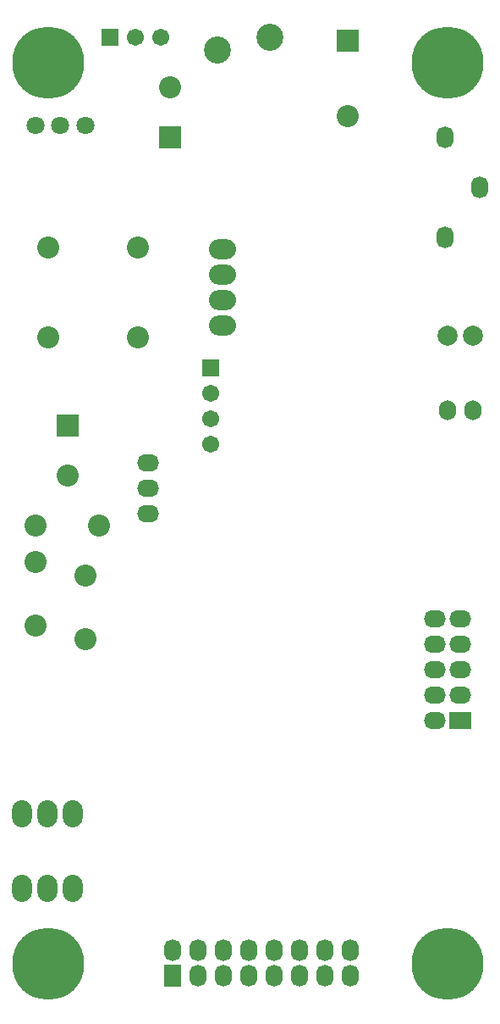
<source format=gbs>
G04*
G04 #@! TF.GenerationSoftware,Altium Limited,Altium Designer,18.0.12 (696)*
G04*
G04 Layer_Color=16711935*
%FSAX43Y43*%
%MOMM*%
G71*
G01*
G75*
%ADD35C,7.203*%
%ADD36R,2.203X2.203*%
%ADD37C,2.203*%
%ADD38O,2.203X1.703*%
%ADD39O,2.003X2.703*%
%ADD40O,2.703X2.003*%
%ADD41R,1.703X1.703*%
%ADD42C,1.703*%
%ADD43O,2.203X1.703*%
%ADD44R,2.203X1.703*%
%ADD45O,1.703X2.203*%
%ADD46R,1.703X2.203*%
%ADD47C,1.803*%
%ADD48R,1.703X1.703*%
%ADD49C,2.703*%
%ADD50O,1.703X2.003*%
%ADD51C,2.003*%
D35*
X0045000Y0095000D02*
D03*
X0005000D02*
D03*
Y0005000D02*
D03*
X0045000D02*
D03*
D36*
X0017250Y0087500D02*
D03*
X0007000Y0058750D02*
D03*
X0035000Y0097200D02*
D03*
D37*
X0017250Y0092500D02*
D03*
X0007000Y0053750D02*
D03*
X0005000Y0067500D02*
D03*
X0014000D02*
D03*
X0014000Y0076500D02*
D03*
X0005000Y0076500D02*
D03*
X0010100Y0048750D02*
D03*
X0003750D02*
D03*
Y0045100D02*
D03*
Y0038750D02*
D03*
X0008750Y0037400D02*
D03*
Y0043750D02*
D03*
X0035000Y0089600D02*
D03*
D38*
X0015000Y0049960D02*
D03*
Y0052500D02*
D03*
Y0055040D02*
D03*
D39*
X0004960Y0012500D02*
D03*
X0002420D02*
D03*
X0007500D02*
D03*
X0004960Y0020000D02*
D03*
X0002420D02*
D03*
X0007500D02*
D03*
D40*
X0022500Y0071290D02*
D03*
Y0073830D02*
D03*
Y0068750D02*
D03*
Y0076370D02*
D03*
D41*
X0021250Y0064500D02*
D03*
D42*
Y0061960D02*
D03*
Y0056880D02*
D03*
Y0059420D02*
D03*
X0016330Y0097500D02*
D03*
X0013790D02*
D03*
D43*
X0043710Y0034330D02*
D03*
X0046250Y0034330D02*
D03*
X0043710Y0031790D02*
D03*
X0046250D02*
D03*
X0043710Y0029250D02*
D03*
X0046250Y0036870D02*
D03*
X0043710D02*
D03*
X0046250Y0039410D02*
D03*
X0043710D02*
D03*
D44*
X0046250Y0029250D02*
D03*
D45*
X0035280Y0003750D02*
D03*
X0035280Y0006290D02*
D03*
X0032740D02*
D03*
Y0003750D02*
D03*
X0027660Y0006290D02*
D03*
Y0003750D02*
D03*
X0030200Y0006290D02*
D03*
Y0003750D02*
D03*
X0025120Y0006290D02*
D03*
Y0003750D02*
D03*
X0017500Y0006290D02*
D03*
X0020040Y0003750D02*
D03*
Y0006290D02*
D03*
X0022580Y0003750D02*
D03*
X0022580Y0006290D02*
D03*
X0044750Y0077500D02*
D03*
X0048250Y0082500D02*
D03*
X0044750Y0087500D02*
D03*
D46*
X0017500Y0003750D02*
D03*
D47*
X0003750Y0088750D02*
D03*
X0008750D02*
D03*
X0006250D02*
D03*
D48*
X0011250Y0097500D02*
D03*
D49*
X0022000Y0096250D02*
D03*
X0027250Y0097500D02*
D03*
D50*
X0045000Y0060250D02*
D03*
X0047500D02*
D03*
D51*
X0045000Y0067750D02*
D03*
X0047500D02*
D03*
M02*

</source>
